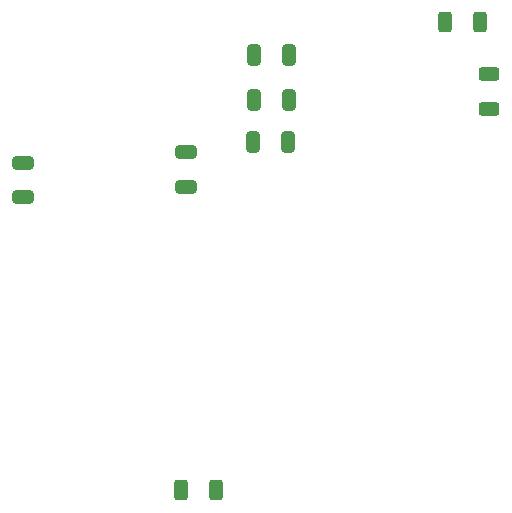
<source format=gbr>
%TF.GenerationSoftware,KiCad,Pcbnew,(6.0.10)*%
%TF.CreationDate,2023-01-10T00:35:44+03:00*%
%TF.ProjectId,ee463_project,65653436-335f-4707-926f-6a6563742e6b,rev?*%
%TF.SameCoordinates,Original*%
%TF.FileFunction,Paste,Top*%
%TF.FilePolarity,Positive*%
%FSLAX46Y46*%
G04 Gerber Fmt 4.6, Leading zero omitted, Abs format (unit mm)*
G04 Created by KiCad (PCBNEW (6.0.10)) date 2023-01-10 00:35:44*
%MOMM*%
%LPD*%
G01*
G04 APERTURE LIST*
G04 Aperture macros list*
%AMRoundRect*
0 Rectangle with rounded corners*
0 $1 Rounding radius*
0 $2 $3 $4 $5 $6 $7 $8 $9 X,Y pos of 4 corners*
0 Add a 4 corners polygon primitive as box body*
4,1,4,$2,$3,$4,$5,$6,$7,$8,$9,$2,$3,0*
0 Add four circle primitives for the rounded corners*
1,1,$1+$1,$2,$3*
1,1,$1+$1,$4,$5*
1,1,$1+$1,$6,$7*
1,1,$1+$1,$8,$9*
0 Add four rect primitives between the rounded corners*
20,1,$1+$1,$2,$3,$4,$5,0*
20,1,$1+$1,$4,$5,$6,$7,0*
20,1,$1+$1,$6,$7,$8,$9,0*
20,1,$1+$1,$8,$9,$2,$3,0*%
G04 Aperture macros list end*
%ADD10RoundRect,0.250000X0.625000X-0.312500X0.625000X0.312500X-0.625000X0.312500X-0.625000X-0.312500X0*%
%ADD11RoundRect,0.250000X0.325000X0.650000X-0.325000X0.650000X-0.325000X-0.650000X0.325000X-0.650000X0*%
%ADD12RoundRect,0.250000X0.650000X-0.325000X0.650000X0.325000X-0.650000X0.325000X-0.650000X-0.325000X0*%
%ADD13RoundRect,0.250000X-0.312500X-0.625000X0.312500X-0.625000X0.312500X0.625000X-0.312500X0.625000X0*%
%ADD14RoundRect,0.250000X0.312500X0.625000X-0.312500X0.625000X-0.312500X-0.625000X0.312500X-0.625000X0*%
G04 APERTURE END LIST*
D10*
%TO.C,R2*%
X157226000Y-100024500D03*
X157226000Y-97099500D03*
%TD*%
D11*
%TO.C,C3*%
X140159000Y-102880000D03*
X137209000Y-102880000D03*
%TD*%
D12*
%TO.C,C6*%
X131572000Y-106641000D03*
X131572000Y-103691000D03*
%TD*%
D13*
%TO.C,R1*%
X134050500Y-132344000D03*
X131125500Y-132344000D03*
%TD*%
D11*
%TO.C,C2*%
X140275000Y-95514000D03*
X137325000Y-95514000D03*
%TD*%
%TO.C,C1*%
X140275000Y-99324000D03*
X137325000Y-99324000D03*
%TD*%
D12*
%TO.C,C7*%
X117729000Y-107530000D03*
X117729000Y-104580000D03*
%TD*%
D14*
%TO.C,R3*%
X156402500Y-92720000D03*
X153477500Y-92720000D03*
%TD*%
M02*

</source>
